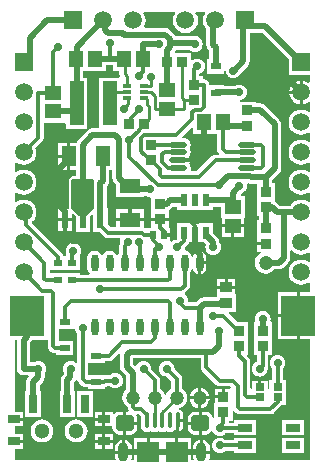
<source format=gtl>
G04*
G04 #@! TF.GenerationSoftware,Altium Limited,Altium Designer,19.1.8 (144)*
G04*
G04 Layer_Physical_Order=1*
G04 Layer_Color=255*
%FSLAX25Y25*%
%MOIN*%
G70*
G01*
G75*
%ADD11C,0.00984*%
%ADD20C,0.05118*%
%ADD33R,0.04900X0.02600*%
%ADD47R,0.02638X0.01181*%
%ADD48R,0.02362X0.03937*%
%ADD49O,0.02362X0.05709*%
%ADD50O,0.05906X0.01772*%
%ADD51C,0.04724*%
%ADD52R,0.04724X0.14567*%
%ADD53R,0.03268X0.02461*%
%ADD54R,0.03740X0.03347*%
%ADD55R,0.02953X0.02362*%
%ADD56R,0.11811X0.13780*%
%ADD57R,0.02362X0.05512*%
%ADD58R,0.02756X0.06299*%
%ADD59R,0.03937X0.02756*%
%ADD60R,0.03150X0.02559*%
%ADD61R,0.07480X0.07087*%
G04:AMPARAMS|DCode=62|XSize=62.99mil|YSize=55.12mil|CornerRadius=13.78mil|HoleSize=0mil|Usage=FLASHONLY|Rotation=0.000|XOffset=0mil|YOffset=0mil|HoleType=Round|Shape=RoundedRectangle|*
%AMROUNDEDRECTD62*
21,1,0.06299,0.02756,0,0,0.0*
21,1,0.03543,0.05512,0,0,0.0*
1,1,0.02756,0.01772,-0.01378*
1,1,0.02756,-0.01772,-0.01378*
1,1,0.02756,-0.01772,0.01378*
1,1,0.02756,0.01772,0.01378*
%
%ADD62ROUNDEDRECTD62*%
%ADD63O,0.01575X0.05315*%
%ADD64R,0.05118X0.07087*%
%ADD65R,0.05118X0.05512*%
%ADD66R,0.03937X0.03543*%
%ADD67R,0.02362X0.02520*%
%ADD68R,0.05512X0.05118*%
%ADD69R,0.07087X0.05118*%
%ADD70R,0.03347X0.03740*%
%ADD71C,0.01181*%
%ADD72C,0.01968*%
%ADD73R,0.05906X0.05906*%
%ADD74C,0.05906*%
%ADD75R,0.05906X0.05906*%
%ADD76O,0.03543X0.06299*%
%ADD77C,0.02756*%
G36*
X67468Y153061D02*
X67180Y152685D01*
X66761Y151675D01*
X66619Y150591D01*
X66761Y149506D01*
X67180Y148496D01*
X67812Y147672D01*
Y142438D01*
X67812Y142437D01*
X67982Y141585D01*
X68465Y140863D01*
X68639Y140688D01*
Y137716D01*
X68032D01*
Y132855D01*
X73700D01*
Y133607D01*
X74200Y133640D01*
X74260Y133185D01*
X74520Y132558D01*
X74933Y132019D01*
X75471Y131606D01*
X76099Y131346D01*
X76771Y131258D01*
X77444Y131346D01*
X78072Y131606D01*
X78610Y132019D01*
X79023Y132558D01*
X79157Y132881D01*
X81614Y135338D01*
X81614Y135338D01*
X82097Y136061D01*
X82266Y136913D01*
X82266Y136913D01*
Y146395D01*
X86479D01*
X95257Y137617D01*
Y132461D01*
X102328D01*
Y129987D01*
X101828Y129741D01*
X101403Y130067D01*
X100441Y130465D01*
X99909Y130535D01*
Y126614D01*
Y122693D01*
X100441Y122763D01*
X101403Y123161D01*
X101828Y123488D01*
X102328Y123241D01*
Y120174D01*
X101880Y119953D01*
X101504Y120242D01*
X100494Y120660D01*
X99410Y120803D01*
X98325Y120660D01*
X97315Y120242D01*
X96448Y119576D01*
X95782Y118709D01*
X95364Y117698D01*
X95221Y116614D01*
X95364Y115530D01*
X95782Y114520D01*
X96448Y113652D01*
X97315Y112987D01*
X98325Y112568D01*
X99410Y112426D01*
X100494Y112568D01*
X101504Y112987D01*
X101880Y113275D01*
X102328Y113054D01*
Y110174D01*
X101880Y109953D01*
X101504Y110242D01*
X100494Y110660D01*
X99410Y110803D01*
X98325Y110660D01*
X97315Y110242D01*
X96448Y109576D01*
X95782Y108709D01*
X95364Y107698D01*
X95221Y106614D01*
X95364Y105530D01*
X95782Y104520D01*
X96448Y103652D01*
X97315Y102987D01*
X98325Y102568D01*
X99410Y102426D01*
X100494Y102568D01*
X101504Y102987D01*
X101880Y103275D01*
X102328Y103054D01*
Y100174D01*
X101880Y99953D01*
X101504Y100242D01*
X100494Y100660D01*
X99410Y100803D01*
X98325Y100660D01*
X97315Y100242D01*
X96448Y99576D01*
X95782Y98708D01*
X95364Y97698D01*
X95221Y96614D01*
X95364Y95530D01*
X95782Y94520D01*
X96448Y93652D01*
X97315Y92987D01*
X98325Y92568D01*
X99410Y92426D01*
X100494Y92568D01*
X101504Y92987D01*
X101880Y93275D01*
X102328Y93054D01*
Y90174D01*
X101880Y89953D01*
X101504Y90242D01*
X100494Y90660D01*
X99410Y90803D01*
X98325Y90660D01*
X97315Y90242D01*
X96448Y89576D01*
X95884Y88841D01*
X92263D01*
X91143Y89961D01*
X90668Y90278D01*
Y96377D01*
X89825D01*
Y97503D01*
X92126Y99803D01*
X92126Y99803D01*
X92609Y100526D01*
X92778Y101378D01*
Y115945D01*
X92778Y115945D01*
X92609Y116797D01*
X92126Y117520D01*
X92126Y117520D01*
X87401Y122244D01*
X86679Y122727D01*
X85827Y122896D01*
X85827Y122896D01*
X84369D01*
Y123542D01*
X78990D01*
X78957Y124042D01*
X79413Y124103D01*
X80040Y124362D01*
X80579Y124776D01*
X80992Y125314D01*
X81252Y125941D01*
X81340Y126614D01*
X81252Y127287D01*
X80992Y127914D01*
X80579Y128453D01*
X80040Y128866D01*
X79413Y129126D01*
X78740Y129214D01*
X78067Y129126D01*
X77440Y128866D01*
X77408Y128841D01*
X73700D01*
Y128956D01*
X68716D01*
Y129173D01*
X68577Y129872D01*
X68181Y130464D01*
X67589Y130860D01*
X66890Y130999D01*
X66700D01*
Y132046D01*
X65455D01*
Y132816D01*
X65981Y133034D01*
X66519Y133447D01*
X66932Y133985D01*
X67192Y134612D01*
X67281Y135285D01*
X67192Y135958D01*
X66932Y136585D01*
X66519Y137124D01*
X65981Y137537D01*
X65353Y137797D01*
X64680Y137886D01*
X64008Y137797D01*
X63380Y137537D01*
X63019Y137260D01*
X62519Y137489D01*
Y139684D01*
X57427D01*
X57399Y139715D01*
X57205Y140184D01*
X57589Y140758D01*
X57604Y140836D01*
X62192D01*
X62676Y140465D01*
X63303Y140205D01*
X63976Y140116D01*
X64649Y140205D01*
X65276Y140465D01*
X65815Y140878D01*
X66228Y141416D01*
X66488Y142044D01*
X66577Y142717D01*
X66488Y143389D01*
X66228Y144017D01*
X65815Y144555D01*
X65276Y144968D01*
X64649Y145228D01*
X63976Y145317D01*
X63688Y145279D01*
X63630Y145291D01*
X63630Y145290D01*
X57604D01*
X57589Y145368D01*
X57106Y146091D01*
X57106Y146091D01*
X55744Y147453D01*
X55021Y147936D01*
X54169Y148106D01*
X54169Y148106D01*
X47217D01*
X46999Y148606D01*
X47372Y149506D01*
X47515Y150591D01*
X47372Y151675D01*
X46954Y152685D01*
X46665Y153061D01*
X46887Y153509D01*
X57247D01*
X57468Y153061D01*
X57180Y152685D01*
X56761Y151675D01*
X56618Y150591D01*
X56761Y149506D01*
X57180Y148496D01*
X57845Y147629D01*
X58713Y146963D01*
X59723Y146545D01*
X60807Y146402D01*
X61891Y146545D01*
X62901Y146963D01*
X63769Y147629D01*
X64434Y148496D01*
X64853Y149506D01*
X64996Y150591D01*
X64853Y151675D01*
X64434Y152685D01*
X64146Y153061D01*
X64367Y153509D01*
X67247D01*
X67468Y153061D01*
D02*
G37*
G36*
X36556Y133839D02*
X38806D01*
Y132597D01*
X38922Y132015D01*
X38803Y131759D01*
X38618Y131515D01*
X32018D01*
Y114582D01*
X29823D01*
X29823Y114582D01*
X28970Y114413D01*
X28248Y113930D01*
X28248Y113930D01*
X25000Y110682D01*
X24517Y109960D01*
X24497Y109858D01*
X22350D01*
Y105315D01*
Y100772D01*
X24348D01*
Y98650D01*
X23327Y98650D01*
X23327Y98650D01*
X23326Y98650D01*
X23182Y98622D01*
X23015Y98588D01*
X23014Y98588D01*
X23014Y98588D01*
X22894Y98507D01*
X22750Y98412D01*
X22750Y98411D01*
X22750Y98411D01*
X22258Y97919D01*
X22258Y97919D01*
X22258Y97919D01*
X22258Y97919D01*
X22184Y97808D01*
X22081Y97655D01*
X22081Y97655D01*
X22081Y97654D01*
X22047Y97483D01*
X22019Y97342D01*
Y97342D01*
X22019Y97342D01*
X22019Y97342D01*
Y87811D01*
X21169D01*
Y84555D01*
X22850D01*
Y85973D01*
X23312Y86164D01*
X24194Y85283D01*
Y80099D01*
X28956D01*
Y85283D01*
X29637Y85964D01*
X30099Y85773D01*
Y80099D01*
X32280D01*
X33847Y78532D01*
X33847Y78532D01*
X34439Y78136D01*
X35138Y77997D01*
X38838D01*
X39074Y77643D01*
X39091Y77497D01*
X39008Y76863D01*
X39070Y76395D01*
X38845Y76059D01*
X38706Y75361D01*
X38706Y75360D01*
Y73010D01*
X38289Y72386D01*
X38286Y72375D01*
X37777D01*
X37774Y72386D01*
X37248Y73173D01*
X36461Y73700D01*
X35531Y73884D01*
X34602Y73700D01*
X33815Y73173D01*
X33288Y72386D01*
X33286Y72375D01*
X32777D01*
X32774Y72386D01*
X32248Y73173D01*
X31461Y73700D01*
X30531Y73884D01*
X29602Y73700D01*
X28815Y73173D01*
X28288Y72386D01*
X28104Y71457D01*
Y68110D01*
X28288Y67181D01*
X28815Y66394D01*
X28952Y66302D01*
X28800Y65802D01*
X25609D01*
Y66357D01*
X15729D01*
X15605Y66806D01*
Y66954D01*
X15729Y67402D01*
X25609D01*
Y72165D01*
X25609Y72165D01*
X25752Y72605D01*
X25976Y73146D01*
X26065Y73819D01*
X25976Y74492D01*
X25716Y75119D01*
X25303Y75657D01*
X24765Y76071D01*
X24137Y76331D01*
X23465Y76419D01*
X22792Y76331D01*
X22164Y76071D01*
X21626Y75657D01*
X21213Y75119D01*
X20953Y74492D01*
X20864Y73819D01*
X20953Y73146D01*
X21150Y72670D01*
X21107Y72455D01*
X20746Y72165D01*
X20158D01*
X20092Y72497D01*
X19696Y73089D01*
X19696Y73089D01*
X9739Y83047D01*
X9763Y83585D01*
X9851Y83652D01*
X10517Y84520D01*
X10936Y85530D01*
X11078Y86614D01*
X10936Y87698D01*
X10517Y88709D01*
X9851Y89576D01*
X8984Y90242D01*
X7974Y90660D01*
X6890Y90803D01*
X5806Y90660D01*
X4795Y90242D01*
X4419Y89953D01*
X3971Y90174D01*
Y93054D01*
X4419Y93275D01*
X4795Y92987D01*
X5806Y92568D01*
X6890Y92426D01*
X7974Y92568D01*
X8984Y92987D01*
X9851Y93652D01*
X10517Y94520D01*
X10936Y95530D01*
X11078Y96614D01*
X10936Y97698D01*
X10517Y98708D01*
X9851Y99576D01*
X8984Y100242D01*
X7974Y100660D01*
X6890Y100803D01*
X5806Y100660D01*
X4795Y100242D01*
X4419Y99953D01*
X3971Y100174D01*
Y103054D01*
X4419Y103275D01*
X4795Y102987D01*
X5806Y102568D01*
X6890Y102426D01*
X7974Y102568D01*
X8984Y102987D01*
X9851Y103652D01*
X10517Y104520D01*
X10936Y105530D01*
X11078Y106614D01*
X10936Y107698D01*
X10824Y107967D01*
X13102Y110245D01*
X13102Y110245D01*
X13498Y110837D01*
X13637Y111535D01*
Y116467D01*
X20688D01*
X20995Y116094D01*
Y114548D01*
X28119D01*
Y131515D01*
X26784D01*
Y133839D01*
X34291D01*
Y135568D01*
X36556D01*
Y133839D01*
D02*
G37*
G36*
X67390Y112858D02*
X69430D01*
Y112658D01*
X71363D01*
Y107785D01*
X71363Y107785D01*
X71502Y107087D01*
X71898Y106494D01*
X72070Y106323D01*
X71878Y105861D01*
X70866D01*
X70167Y105722D01*
X69575Y105326D01*
X69575Y105326D01*
X64500Y100251D01*
X62777D01*
X62514Y100751D01*
X62658Y101476D01*
X62496Y102290D01*
X62065Y102936D01*
X62308Y103300D01*
X62355Y103535D01*
X60873D01*
X60532Y103603D01*
X58465D01*
Y104468D01*
X60532D01*
X60873Y104535D01*
X62355D01*
X62308Y104771D01*
X62065Y105135D01*
X62496Y105781D01*
X62658Y106595D01*
X62496Y107408D01*
X62185Y107874D01*
X62496Y108340D01*
X62658Y109153D01*
X62496Y109967D01*
X62035Y110657D01*
X61345Y111118D01*
X60532Y111280D01*
X59771D01*
X59580Y111742D01*
X62869Y115031D01*
X63331Y114840D01*
Y112858D01*
X66390D01*
Y116614D01*
X67390D01*
Y112858D01*
D02*
G37*
G36*
X30315Y97342D02*
Y87795D01*
X27756Y85236D01*
X25394D01*
X22835Y87795D01*
Y97342D01*
X23327Y97835D01*
X29823Y97835D01*
X30315Y97342D01*
D02*
G37*
G36*
X36482Y98102D02*
X36482Y98102D01*
X36651Y97250D01*
X37134Y96527D01*
X37580Y96082D01*
Y91713D01*
X47066D01*
Y92011D01*
X47740D01*
X47773Y91986D01*
X48400Y91726D01*
X49073Y91638D01*
X49253Y91480D01*
Y86597D01*
X49453D01*
Y84852D01*
X52323D01*
X55193D01*
Y86597D01*
X55393D01*
Y87419D01*
X56106Y87895D01*
X56633Y88423D01*
X57855D01*
Y87481D01*
X70098D01*
Y88423D01*
X72658D01*
Y84627D01*
X72858D01*
Y82587D01*
X76614D01*
X80370D01*
Y84627D01*
X80570D01*
Y92145D01*
X79482D01*
X79275Y92645D01*
X79717Y93087D01*
X80040Y93221D01*
X80579Y93634D01*
X80992Y94172D01*
X81252Y94800D01*
X81340Y95472D01*
X81283Y95908D01*
X81634Y96408D01*
X81707D01*
X81767Y96368D01*
X82619Y96198D01*
X82619Y96198D01*
X84528D01*
Y90631D01*
Y85513D01*
X85371D01*
Y84172D01*
X84528D01*
Y78426D01*
X84728D01*
Y76681D01*
X87598D01*
Y75681D01*
X84728D01*
Y73508D01*
X85975D01*
X86074Y73008D01*
X85802Y72895D01*
X85058Y72324D01*
X84487Y71580D01*
X84128Y70713D01*
X84005Y69784D01*
X84128Y68853D01*
X84487Y67987D01*
X85058Y67243D01*
X85802Y66672D01*
X86668Y66313D01*
X87598Y66190D01*
X88528Y66313D01*
X89395Y66672D01*
X90139Y67243D01*
X90380Y67556D01*
X91859D01*
X91859Y67556D01*
X92711Y67726D01*
X93433Y68209D01*
X95079Y69854D01*
X95079Y69854D01*
X95561Y70577D01*
X95731Y71429D01*
Y73765D01*
X96231Y73935D01*
X96448Y73652D01*
X97315Y72987D01*
X98325Y72568D01*
X99410Y72426D01*
X100494Y72568D01*
X101504Y72987D01*
X101880Y73275D01*
X102328Y73054D01*
Y70174D01*
X101880Y69953D01*
X101504Y70242D01*
X100494Y70660D01*
X99410Y70803D01*
X98325Y70660D01*
X97315Y70242D01*
X96448Y69576D01*
X95782Y68708D01*
X95364Y67698D01*
X95221Y66614D01*
X95364Y65530D01*
X95782Y64520D01*
X96448Y63652D01*
X97315Y62987D01*
X98325Y62568D01*
X99410Y62426D01*
X100494Y62568D01*
X101504Y62987D01*
X101880Y63275D01*
X102328Y63054D01*
Y60055D01*
X98925D01*
Y52165D01*
Y44276D01*
X102328D01*
Y3971D01*
X69035D01*
X68757Y4387D01*
X68842Y4591D01*
X68937Y5315D01*
Y6193D01*
X66142D01*
X63346D01*
Y5315D01*
X63441Y4591D01*
X63526Y4387D01*
X63248Y3971D01*
X62614D01*
Y6193D01*
X57874D01*
Y6693D01*
X57374D01*
Y11236D01*
X48925D01*
Y6693D01*
X48425D01*
Y6193D01*
X43685D01*
Y3971D01*
X43051D01*
X42773Y4387D01*
X42858Y4591D01*
X42953Y5315D01*
Y6193D01*
X40157D01*
X37362D01*
Y5315D01*
X37457Y4591D01*
X37542Y4387D01*
X37264Y3971D01*
X3971D01*
Y7858D01*
X6512D01*
Y9736D01*
X3543D01*
Y10736D01*
X6512D01*
Y12614D01*
X3971D01*
Y15339D01*
X6512D01*
Y17217D01*
X3543D01*
Y18216D01*
X6512D01*
Y20095D01*
X3971D01*
Y44076D01*
X4663D01*
Y34497D01*
X4832Y33645D01*
X5315Y32923D01*
X6038Y32440D01*
X6890Y32270D01*
X8438D01*
X8629Y31808D01*
X8465Y31644D01*
X7982Y30921D01*
X7812Y30069D01*
X7812Y30069D01*
Y26987D01*
X7461D01*
Y18288D01*
X12617D01*
Y26987D01*
X12266D01*
Y29146D01*
X13235Y30115D01*
X13235Y30115D01*
X13718Y30838D01*
X13887Y31690D01*
X13887Y31690D01*
Y32920D01*
X14063Y33149D01*
X14323Y33776D01*
X14411Y34449D01*
X14323Y35122D01*
X14063Y35749D01*
X13650Y36287D01*
X13111Y36701D01*
X12484Y36960D01*
X11811Y37049D01*
X11138Y36960D01*
X10568Y36724D01*
X9117D01*
Y43269D01*
X9449Y43601D01*
X9449Y43601D01*
X9766Y44076D01*
X14907D01*
Y42077D01*
X14907Y42077D01*
X15046Y41378D01*
X15441Y40786D01*
X16081Y40146D01*
X16081Y40146D01*
X16673Y39750D01*
X17372Y39611D01*
X17835Y39573D01*
Y39007D01*
X23503D01*
Y43867D01*
X18558D01*
Y47767D01*
X23503D01*
Y47813D01*
X24003Y47845D01*
X24063Y47390D01*
X24323Y46763D01*
X24736Y46224D01*
X24749Y46215D01*
Y36709D01*
X24249Y36462D01*
X23938Y36701D01*
X23311Y36960D01*
X22638Y37049D01*
X21965Y36960D01*
X21338Y36701D01*
X20799Y36287D01*
X20386Y35749D01*
X20126Y35122D01*
X20038Y34449D01*
X20126Y33776D01*
X20260Y33453D01*
Y32721D01*
X19882Y32342D01*
X19399Y31620D01*
X19230Y30768D01*
X19230Y30768D01*
Y26987D01*
X18879D01*
Y18288D01*
X24035D01*
Y26987D01*
X23684D01*
Y29845D01*
X24062Y30223D01*
X24062Y30223D01*
X24339Y30639D01*
X24392Y30647D01*
X24870Y30533D01*
X24888Y30443D01*
X25284Y29851D01*
X26357Y28778D01*
X26357Y28778D01*
X26949Y28382D01*
X27648Y28243D01*
X28170D01*
Y27639D01*
X33838D01*
Y28278D01*
X34360Y28382D01*
X34815Y28686D01*
X35553D01*
X35563Y28673D01*
X36101Y28260D01*
X36729Y28000D01*
X37402Y27912D01*
X38074Y28000D01*
X38702Y28260D01*
X39240Y28673D01*
X39653Y29212D01*
X39913Y29839D01*
X40002Y30512D01*
X39913Y31185D01*
X39653Y31812D01*
X39240Y32350D01*
X38702Y32764D01*
X38074Y33023D01*
X37402Y33112D01*
X36729Y33023D01*
X36101Y32764D01*
X35563Y32350D01*
X35553Y32337D01*
X34288D01*
X33838Y32499D01*
X33838Y32499D01*
X33838Y32499D01*
X28400D01*
Y36398D01*
X33838D01*
Y37003D01*
X35204D01*
X35204Y37003D01*
X35903Y37142D01*
X36495Y37538D01*
X38581Y39623D01*
X39041Y39377D01*
X38974Y39037D01*
X38974Y39037D01*
Y35157D01*
X38974Y35157D01*
X39143Y34305D01*
X39626Y33583D01*
X41080Y32129D01*
Y27584D01*
X40767Y27344D01*
X40196Y26600D01*
X39837Y25733D01*
X39714Y24803D01*
X39837Y23873D01*
X40196Y23007D01*
X40767Y22263D01*
X41506Y21695D01*
X41620Y21120D01*
X41940Y20641D01*
X41813Y20283D01*
X41695Y20141D01*
X41051D01*
Y16839D01*
X44747D01*
Y17717D01*
X44563Y18644D01*
X44419Y18860D01*
X44655Y19301D01*
X45243D01*
X46005Y18539D01*
Y15354D01*
X46159Y14579D01*
X46599Y13922D01*
X47256Y13482D01*
X48031Y13328D01*
X48807Y13482D01*
X49311Y13819D01*
X49815Y13482D01*
X50591Y13328D01*
X51366Y13482D01*
X51870Y13819D01*
X52374Y13482D01*
X53150Y13328D01*
X53925Y13482D01*
X54429Y13819D01*
X54933Y13482D01*
X55709Y13328D01*
X56484Y13482D01*
X57142Y13922D01*
X57158Y13946D01*
X57570Y13671D01*
X57768Y13631D01*
Y17224D01*
X58268D01*
Y17724D01*
X60090D01*
Y19094D01*
X59951Y19792D01*
X59556Y20383D01*
X58965Y20778D01*
X58749Y20821D01*
X58766Y21328D01*
X58804Y21333D01*
X59671Y21692D01*
X60415Y22263D01*
X60986Y23007D01*
X61344Y23873D01*
X61467Y24803D01*
X61344Y25733D01*
X60986Y26600D01*
X60415Y27344D01*
X59700Y27892D01*
Y31205D01*
X59561Y31904D01*
X59165Y32496D01*
X59165Y32496D01*
X57228Y34433D01*
X57230Y34449D01*
X57142Y35122D01*
X56882Y35749D01*
X56469Y36287D01*
X55930Y36701D01*
X55303Y36960D01*
X54630Y37049D01*
X53957Y36960D01*
X53330Y36701D01*
X52792Y36287D01*
X52378Y35749D01*
X52119Y35122D01*
X52030Y34449D01*
X52119Y33776D01*
X52378Y33149D01*
X52792Y32610D01*
X53330Y32197D01*
X53957Y31937D01*
X54630Y31849D01*
X54646Y31851D01*
X56048Y30449D01*
Y27892D01*
X55333Y27344D01*
X54762Y26600D01*
X54464Y25879D01*
X53942D01*
X53643Y26600D01*
X53072Y27344D01*
X52357Y27892D01*
Y30768D01*
X52357Y30768D01*
X52218Y31466D01*
X51822Y32059D01*
X51822Y32059D01*
X49448Y34433D01*
X49451Y34449D01*
X49362Y35122D01*
X49102Y35749D01*
X48689Y36287D01*
X48151Y36701D01*
X47523Y36960D01*
X46850Y37049D01*
X46177Y36960D01*
X45550Y36701D01*
X45012Y36287D01*
X44599Y35749D01*
X44525Y35571D01*
X44034Y35473D01*
X43428Y36080D01*
Y37963D01*
X65891D01*
Y35038D01*
X65891Y35038D01*
X66030Y34339D01*
X66426Y33747D01*
X71001Y29172D01*
X71001Y29172D01*
X71593Y28776D01*
X72292Y28637D01*
X75739D01*
X75962Y28352D01*
X75748Y27870D01*
X73947D01*
Y25197D01*
X73447D01*
Y24697D01*
X70577D01*
Y22952D01*
X70377D01*
Y18105D01*
X69877Y18056D01*
X69760Y18644D01*
X69234Y19431D01*
X68448Y19956D01*
X67520Y20141D01*
X66248D01*
Y16339D01*
Y12536D01*
X67520D01*
X68448Y12721D01*
X69234Y13246D01*
X69443Y13559D01*
X70007Y13503D01*
X70040Y13424D01*
X70453Y12886D01*
X70992Y12473D01*
X71619Y12213D01*
X72292Y12124D01*
X72965Y12213D01*
X73592Y12473D01*
X74130Y12886D01*
X74140Y12899D01*
X77048D01*
Y12224D01*
X84348D01*
Y17224D01*
X77048D01*
Y16550D01*
X75273D01*
Y17206D01*
X76517D01*
Y20254D01*
X76700Y20373D01*
X77017Y20446D01*
X77628Y19835D01*
X77628Y19835D01*
X78220Y19440D01*
X78919Y19301D01*
X78919Y19301D01*
X89140D01*
X89140Y19301D01*
X89838Y19440D01*
X90430Y19835D01*
X92826Y22231D01*
X92826Y22231D01*
X92954Y22422D01*
X94310D01*
Y25769D01*
Y30728D01*
X93361D01*
Y34569D01*
X93374Y34579D01*
X93787Y35117D01*
X94047Y35744D01*
X94136Y36417D01*
X94047Y37090D01*
X93787Y37717D01*
X93374Y38256D01*
X92835Y38669D01*
X92208Y38929D01*
X91535Y39018D01*
X90863Y38929D01*
X90235Y38669D01*
X89697Y38256D01*
X89284Y37717D01*
X89024Y37090D01*
X88940Y36452D01*
X88440Y36485D01*
Y39204D01*
X89684D01*
Y44322D01*
Y50068D01*
X89394D01*
X89184Y50382D01*
X89134Y50568D01*
X89214Y51181D01*
X89126Y51854D01*
X88866Y52481D01*
X88453Y53020D01*
X87914Y53433D01*
X87287Y53693D01*
X86614Y53781D01*
X85941Y53693D01*
X85314Y53433D01*
X84776Y53020D01*
X84362Y52481D01*
X84103Y51854D01*
X84014Y51181D01*
X84095Y50568D01*
X84044Y50382D01*
X83835Y50068D01*
X83544D01*
Y44322D01*
Y39204D01*
X84789D01*
Y36891D01*
X84330Y36701D01*
X83791Y36287D01*
X83378Y35749D01*
X83118Y35122D01*
X83030Y34449D01*
X83118Y33776D01*
X83378Y33149D01*
X83791Y32610D01*
X84330Y32197D01*
X84957Y31937D01*
X85630Y31849D01*
X86303Y31937D01*
X86930Y32197D01*
X87468Y32610D01*
X87882Y33149D01*
X88142Y33776D01*
X88230Y34449D01*
X88210Y34599D01*
X88301Y34734D01*
X88440Y35433D01*
X88440Y35433D01*
Y36350D01*
X88940Y36383D01*
X89024Y35744D01*
X89284Y35117D01*
X89697Y34579D01*
X89710Y34569D01*
Y30728D01*
X88761D01*
Y28193D01*
X88261Y27861D01*
X88205Y27885D01*
Y30528D01*
X86130D01*
Y28248D01*
X85130D01*
Y30528D01*
X83055D01*
Y27799D01*
X82881Y27667D01*
X82381Y27915D01*
Y36899D01*
X82381Y36899D01*
X82242Y37598D01*
X81846Y38190D01*
X81846Y38190D01*
X81295Y38742D01*
X81486Y39204D01*
X81684D01*
Y44322D01*
Y50068D01*
X78126D01*
X75230Y52964D01*
X75421Y53426D01*
X77529D01*
Y59369D01*
X77329D01*
Y61213D01*
X71392D01*
Y59369D01*
X71192D01*
Y58329D01*
X66890D01*
X66037Y58160D01*
X65315Y57677D01*
X65315Y57677D01*
X64208Y56570D01*
X61966D01*
X61637Y56946D01*
X61655Y57087D01*
X61567Y57760D01*
X61307Y58387D01*
X60894Y58925D01*
X60633Y59126D01*
X60641Y59733D01*
X61822Y60914D01*
X61822Y60914D01*
X62218Y61506D01*
X62357Y62205D01*
X62357Y62205D01*
Y66557D01*
X62774Y67181D01*
X62879Y67705D01*
X63388D01*
X63477Y67259D01*
X63959Y66538D01*
X64680Y66056D01*
X65031Y65986D01*
Y69784D01*
Y73581D01*
X64680Y73511D01*
X63959Y73029D01*
X63477Y72308D01*
X63388Y71862D01*
X62879D01*
X62774Y72386D01*
X62248Y73173D01*
X61461Y73700D01*
X60919Y73807D01*
X60583Y74300D01*
X60588Y74344D01*
X60671Y74973D01*
X60669Y74990D01*
X61527Y75848D01*
X61527Y75848D01*
X61923Y76440D01*
X61966Y76654D01*
X62617D01*
Y76854D01*
X63476D01*
Y79823D01*
Y82791D01*
X62617D01*
Y82991D01*
X57855D01*
Y77545D01*
X57398Y77485D01*
X56771Y77225D01*
X56240Y76818D01*
X56204Y76822D01*
X55740Y76991D01*
Y78535D01*
X53559D01*
Y79535D01*
X55740D01*
Y81295D01*
X55474D01*
X55193Y81679D01*
Y83852D01*
X52323D01*
X49453D01*
Y81679D01*
X49029Y81495D01*
X47713D01*
Y81495D01*
X47292Y81340D01*
X46866Y81620D01*
Y83555D01*
X42323D01*
X37780D01*
Y81648D01*
X35894D01*
X34861Y82681D01*
Y88011D01*
X34707D01*
Y95436D01*
X34843Y95571D01*
X34843Y95571D01*
X35325Y96293D01*
X35495Y97146D01*
X35495Y97146D01*
Y100572D01*
X36482D01*
Y98102D01*
D02*
G37*
%LPC*%
G36*
X98909Y130535D02*
X98378Y130465D01*
X97416Y130067D01*
X96590Y129433D01*
X95957Y128608D01*
X95558Y127646D01*
X95488Y127114D01*
X98909D01*
Y130535D01*
D02*
G37*
G36*
Y126114D02*
X95488D01*
X95558Y125582D01*
X95957Y124621D01*
X96590Y123795D01*
X97416Y123161D01*
X98378Y122763D01*
X98909Y122693D01*
Y126114D01*
D02*
G37*
G36*
X21350Y109858D02*
X18291D01*
Y105815D01*
X21350D01*
Y109858D01*
D02*
G37*
G36*
Y104815D02*
X18291D01*
Y100772D01*
X21350D01*
Y104815D01*
D02*
G37*
G36*
X20169Y87811D02*
X18488D01*
Y84555D01*
X20169D01*
Y87811D01*
D02*
G37*
G36*
X22850Y83555D02*
X21169D01*
Y80299D01*
X22850D01*
Y83555D01*
D02*
G37*
G36*
X20169D02*
X18488D01*
Y80299D01*
X20169D01*
Y83555D01*
D02*
G37*
G36*
X46866Y87614D02*
X42823D01*
Y84555D01*
X46866D01*
Y87614D01*
D02*
G37*
G36*
X41823D02*
X37780D01*
Y84555D01*
X41823D01*
Y87614D01*
D02*
G37*
G36*
X80370Y81587D02*
X77114D01*
Y78528D01*
X80370D01*
Y81587D01*
D02*
G37*
G36*
X76114D02*
X72858D01*
Y78528D01*
X76114D01*
Y81587D01*
D02*
G37*
G36*
X70098Y82991D02*
X65335D01*
Y82791D01*
X64476D01*
Y79823D01*
Y76854D01*
X65335D01*
Y76654D01*
X66948D01*
X67653Y75949D01*
X67528Y75646D01*
X67439Y74973D01*
X67528Y74300D01*
X67787Y73673D01*
X68201Y73135D01*
X68739Y72721D01*
X69366Y72462D01*
X70039Y72373D01*
X70712Y72462D01*
X71339Y72721D01*
X71878Y73135D01*
X72291Y73673D01*
X72551Y74300D01*
X72640Y74973D01*
X72551Y75646D01*
X72291Y76274D01*
X72116Y76502D01*
Y76863D01*
X72116Y76863D01*
X71946Y77715D01*
X71464Y78438D01*
X71463Y78438D01*
X70098Y79804D01*
Y82991D01*
D02*
G37*
G36*
X66031Y73581D02*
Y70284D01*
X67755D01*
Y71457D01*
X67586Y72308D01*
X67104Y73029D01*
X66382Y73511D01*
X66031Y73581D01*
D02*
G37*
G36*
X67755Y69283D02*
X66031D01*
Y65986D01*
X66382Y66056D01*
X67104Y66538D01*
X67586Y67259D01*
X67755Y68110D01*
Y69283D01*
D02*
G37*
G36*
X77329Y64484D02*
X74860D01*
Y62213D01*
X77329D01*
Y64484D01*
D02*
G37*
G36*
X73860D02*
X71392D01*
Y62213D01*
X73860D01*
Y64484D01*
D02*
G37*
G36*
X97925Y60055D02*
X91520D01*
Y52665D01*
X97925D01*
Y60055D01*
D02*
G37*
G36*
Y51665D02*
X91520D01*
Y44276D01*
X97925D01*
Y51665D01*
D02*
G37*
G36*
X72947Y27870D02*
X70577D01*
Y25697D01*
X72947D01*
Y27870D01*
D02*
G37*
G36*
X66031Y28128D02*
Y25303D01*
X68857D01*
X68807Y25681D01*
X68468Y26499D01*
X67929Y27201D01*
X67227Y27740D01*
X66409Y28079D01*
X66031Y28128D01*
D02*
G37*
G36*
X65031Y28128D02*
X64654Y28079D01*
X63836Y27740D01*
X63134Y27201D01*
X62595Y26499D01*
X62256Y25681D01*
X62206Y25303D01*
X65031D01*
Y28128D01*
D02*
G37*
G36*
X68857Y24303D02*
X66031D01*
Y21478D01*
X66409Y21528D01*
X67227Y21866D01*
X67929Y22405D01*
X68468Y23108D01*
X68807Y23925D01*
X68857Y24303D01*
D02*
G37*
G36*
X65031D02*
X62206D01*
X62256Y23925D01*
X62595Y23108D01*
X63134Y22405D01*
X63836Y21866D01*
X64654Y21528D01*
X65031Y21478D01*
Y24303D01*
D02*
G37*
G36*
X40051Y20141D02*
X38780D01*
X37852Y19956D01*
X37130Y19474D01*
X36630Y19611D01*
Y20095D01*
X34161D01*
Y17717D01*
Y15339D01*
X36355D01*
Y14961D01*
X36540Y14033D01*
X37065Y13246D01*
X37852Y12721D01*
X38780Y12536D01*
X40051D01*
Y16339D01*
Y20141D01*
D02*
G37*
G36*
X29940Y26987D02*
X24784D01*
Y18288D01*
X29940D01*
Y26987D01*
D02*
G37*
G36*
X33161Y20095D02*
X30693D01*
Y18216D01*
X33161D01*
Y20095D01*
D02*
G37*
G36*
X65248Y20141D02*
X63976D01*
X63049Y19956D01*
X62262Y19431D01*
X61736Y18644D01*
X61552Y17717D01*
Y16839D01*
X65248D01*
Y20141D01*
D02*
G37*
G36*
X33161Y17217D02*
X30693D01*
Y15339D01*
X33161D01*
Y17217D01*
D02*
G37*
G36*
X60090Y16724D02*
X58768D01*
Y13631D01*
X58965Y13671D01*
X59556Y14066D01*
X59951Y14657D01*
X60090Y15354D01*
Y16724D01*
D02*
G37*
G36*
X65248Y15839D02*
X61552D01*
Y14961D01*
X61736Y14033D01*
X62262Y13246D01*
X63049Y12721D01*
X63976Y12536D01*
X65248D01*
Y15839D01*
D02*
G37*
G36*
X44747Y15839D02*
X41051D01*
Y12536D01*
X42323D01*
X43251Y12721D01*
X44037Y13246D01*
X44563Y14033D01*
X44747Y14961D01*
Y15839D01*
D02*
G37*
G36*
X100348Y17224D02*
X93048D01*
Y12224D01*
X100348D01*
Y17224D01*
D02*
G37*
G36*
X36630Y12614D02*
X34161D01*
Y10736D01*
X36630D01*
Y12614D01*
D02*
G37*
G36*
X33161D02*
X30693D01*
Y10736D01*
X33161D01*
Y12614D01*
D02*
G37*
G36*
X24409Y17571D02*
X23428Y17442D01*
X22514Y17063D01*
X21729Y16461D01*
X21126Y15675D01*
X20747Y14761D01*
X20618Y13780D01*
X20747Y12798D01*
X21126Y11884D01*
X21729Y11099D01*
X22514Y10496D01*
X23428Y10117D01*
X24409Y9988D01*
X25391Y10117D01*
X26305Y10496D01*
X27090Y11099D01*
X27693Y11884D01*
X28072Y12798D01*
X28201Y13780D01*
X28072Y14761D01*
X27693Y15675D01*
X27090Y16461D01*
X26305Y17063D01*
X25391Y17442D01*
X24409Y17571D01*
D02*
G37*
G36*
X12992D02*
X12011Y17442D01*
X11096Y17063D01*
X10311Y16461D01*
X9709Y15675D01*
X9330Y14761D01*
X9201Y13780D01*
X9330Y12798D01*
X9709Y11884D01*
X10311Y11099D01*
X11096Y10496D01*
X12011Y10117D01*
X12992Y9988D01*
X13973Y10117D01*
X14888Y10496D01*
X15673Y11099D01*
X16276Y11884D01*
X16654Y12798D01*
X16784Y13780D01*
X16654Y14761D01*
X16276Y15675D01*
X15673Y16461D01*
X14888Y17063D01*
X13973Y17442D01*
X12992Y17571D01*
D02*
G37*
G36*
X36630Y9736D02*
X34161D01*
Y7858D01*
X36630D01*
Y9736D01*
D02*
G37*
G36*
X33161D02*
X30693D01*
Y7858D01*
X33161D01*
Y9736D01*
D02*
G37*
G36*
X40657Y10801D02*
Y7193D01*
X42953D01*
Y8071D01*
X42858Y8794D01*
X42579Y9469D01*
X42134Y10048D01*
X41555Y10492D01*
X40881Y10771D01*
X40657Y10801D01*
D02*
G37*
G36*
X39658D02*
X39434Y10771D01*
X38760Y10492D01*
X38181Y10048D01*
X37736Y9469D01*
X37457Y8794D01*
X37362Y8071D01*
Y7193D01*
X39658D01*
Y10801D01*
D02*
G37*
G36*
X62614Y11236D02*
X58374D01*
Y7193D01*
X62614D01*
Y11236D01*
D02*
G37*
G36*
X47925D02*
X43685D01*
Y7193D01*
X47925D01*
Y11236D01*
D02*
G37*
G36*
X66642Y10801D02*
Y7193D01*
X68937D01*
Y8071D01*
X68842Y8794D01*
X68563Y9469D01*
X68119Y10048D01*
X67540Y10492D01*
X66865Y10771D01*
X66642Y10801D01*
D02*
G37*
G36*
X65642D02*
X65418Y10771D01*
X64744Y10492D01*
X64165Y10048D01*
X63721Y9469D01*
X63441Y8794D01*
X63346Y8071D01*
Y7193D01*
X65642D01*
Y10801D01*
D02*
G37*
G36*
X100348Y11398D02*
X93048D01*
Y6398D01*
X100348D01*
Y11398D01*
D02*
G37*
G36*
X72292Y11498D02*
X71619Y11409D01*
X70992Y11150D01*
X70453Y10736D01*
X70040Y10198D01*
X69780Y9571D01*
X69691Y8898D01*
X69780Y8225D01*
X70040Y7598D01*
X70453Y7059D01*
X70992Y6646D01*
X71619Y6386D01*
X72292Y6297D01*
X72965Y6386D01*
X73592Y6646D01*
X74130Y7059D01*
X74140Y7072D01*
X77048D01*
Y6398D01*
X84348D01*
Y11398D01*
X77048D01*
Y10723D01*
X74140D01*
X74130Y10736D01*
X73592Y11150D01*
X72965Y11409D01*
X72292Y11498D01*
D02*
G37*
%LPD*%
D11*
X49383Y128583D02*
Y131759D01*
X47028Y128583D02*
X49383D01*
X41608Y122579D02*
Y124069D01*
X40354Y121325D02*
X41608Y122579D01*
X41909Y115945D02*
Y117710D01*
X45262Y121063D01*
X50532Y23108D02*
Y24803D01*
Y23108D02*
X50591Y23049D01*
Y17224D02*
Y23049D01*
X40532Y132597D02*
Y135453D01*
Y132597D02*
X41201Y131928D01*
X50556Y121063D02*
X54636D01*
X50556D02*
Y125468D01*
X40354Y121063D02*
Y121325D01*
X60222Y124055D02*
X60440Y123837D01*
Y121063D02*
Y123837D01*
X54636Y121063D02*
X60440D01*
X53150Y20079D02*
X57874Y24803D01*
X53150Y17224D02*
Y20079D01*
X48772Y117886D02*
Y121662D01*
X47854Y122579D02*
X48772Y121662D01*
X47854Y122579D02*
Y124547D01*
X47756Y124646D02*
X47854Y124547D01*
X47028Y124646D02*
X47756D01*
X47028Y116142D02*
X48772Y117886D01*
X47028Y115945D02*
Y116142D01*
X45262Y121063D02*
X45452D01*
X59646Y124632D02*
Y136614D01*
Y124632D02*
X60222Y124055D01*
X63630D01*
X49409Y126614D02*
X50556Y125468D01*
X47028Y126614D02*
X49409D01*
X41201Y128583D02*
Y131928D01*
X35581Y124744D02*
X37451Y126614D01*
X35581Y123031D02*
Y124744D01*
X37451Y126614D02*
X41201D01*
D20*
X12992Y13780D02*
D03*
X24409D02*
D03*
D33*
X80698Y14724D02*
D03*
Y8898D02*
D03*
X96698D02*
D03*
Y14724D02*
D03*
D47*
X41201Y128583D02*
D03*
Y126614D02*
D03*
Y124646D02*
D03*
X47028D02*
D03*
Y126614D02*
D03*
Y128583D02*
D03*
D48*
X60236Y90650D02*
D03*
X63976D02*
D03*
X67716D02*
D03*
Y79823D02*
D03*
X63976D02*
D03*
X60236D02*
D03*
X26575Y83268D02*
D03*
D49*
X30531Y48327D02*
D03*
X35531D02*
D03*
X40532D02*
D03*
X45531D02*
D03*
X50532D02*
D03*
X55532D02*
D03*
X60532D02*
D03*
X65531D02*
D03*
X30531Y69784D02*
D03*
X35531D02*
D03*
X40532D02*
D03*
X45531D02*
D03*
X50532D02*
D03*
X55532D02*
D03*
X60532D02*
D03*
X65531D02*
D03*
D50*
X81299Y101476D02*
D03*
Y104035D02*
D03*
Y106595D02*
D03*
Y109153D02*
D03*
X58465Y101476D02*
D03*
Y104035D02*
D03*
Y106595D02*
D03*
Y109153D02*
D03*
D51*
X87598Y69784D02*
D03*
X43307Y24803D02*
D03*
X50532D02*
D03*
X57874D02*
D03*
X65531D02*
D03*
D52*
X24557Y123031D02*
D03*
X35581D02*
D03*
D53*
X31004Y38829D02*
D03*
Y30069D02*
D03*
X70866Y135285D02*
D03*
Y126526D02*
D03*
X20669Y50197D02*
D03*
Y41437D02*
D03*
D54*
X73447Y25197D02*
D03*
Y20079D02*
D03*
X52323Y89470D02*
D03*
Y84352D02*
D03*
X78614Y47195D02*
D03*
Y42077D02*
D03*
X81299Y115551D02*
D03*
Y120669D02*
D03*
X86614Y47195D02*
D03*
Y42077D02*
D03*
X63630Y129173D02*
D03*
Y124055D02*
D03*
X49213Y104035D02*
D03*
Y109153D02*
D03*
X87598Y88386D02*
D03*
Y93504D02*
D03*
Y76181D02*
D03*
Y81299D02*
D03*
D55*
X22933Y69784D02*
D03*
X18406D02*
D03*
X22933Y63976D02*
D03*
X18406D02*
D03*
D56*
X98425Y52165D02*
D03*
X7874D02*
D03*
D57*
X32480Y84055D02*
D03*
X20669D02*
D03*
D58*
X10039Y22638D02*
D03*
X21457D02*
D03*
X27362D02*
D03*
D59*
X3543Y10236D02*
D03*
Y17717D02*
D03*
X33661Y10236D02*
D03*
Y17717D02*
D03*
D60*
X85630Y24902D02*
D03*
X91535D02*
D03*
X85630Y28248D02*
D03*
X91535D02*
D03*
D61*
X57874Y6693D02*
D03*
X48425D02*
D03*
D62*
X65748Y16339D02*
D03*
X40551D02*
D03*
D63*
X53150Y17224D02*
D03*
X50591D02*
D03*
X48031D02*
D03*
X58268D02*
D03*
X55709D02*
D03*
D64*
X21850Y105315D02*
D03*
X33268D02*
D03*
D65*
X40315Y137795D02*
D03*
X46614D02*
D03*
X66890Y116614D02*
D03*
X73189D02*
D03*
X30531Y137795D02*
D03*
X24232D02*
D03*
D66*
X74360Y61713D02*
D03*
Y56398D02*
D03*
D67*
X50094Y79035D02*
D03*
X53559D02*
D03*
D68*
X76614Y82087D02*
D03*
Y88386D02*
D03*
X54636Y121063D02*
D03*
Y127362D02*
D03*
X16732Y126526D02*
D03*
Y120226D02*
D03*
D69*
X42323Y84055D02*
D03*
Y95472D02*
D03*
D70*
X59646Y136614D02*
D03*
X54528D02*
D03*
X47028Y115945D02*
D03*
X41909D02*
D03*
D71*
X80555Y25736D02*
Y36899D01*
X78614Y38840D02*
X80555Y36899D01*
X78614Y38840D02*
Y42077D01*
X80555Y25736D02*
X81389Y24902D01*
X78227Y21818D02*
Y28850D01*
X76614Y30463D02*
X78227Y28850D01*
X72292Y30463D02*
X76614D01*
X81389Y24902D02*
X85630D01*
X78919Y21126D02*
X89140D01*
X78227Y21818D02*
X78919Y21126D01*
X67716Y35038D02*
X72292Y30463D01*
X67716Y35038D02*
Y40190D01*
X73447Y16306D02*
Y20079D01*
X72292Y15151D02*
X73447Y16306D01*
X72292Y14724D02*
Y15151D01*
X89140Y21126D02*
X91535Y23522D01*
Y24902D01*
X91535Y29628D02*
X91535Y29628D01*
X91535Y29628D02*
Y36417D01*
X91535Y28248D02*
Y29628D01*
X72292Y14724D02*
X80698D01*
X72292Y8898D02*
X80698D01*
X63630Y134234D02*
X64680Y135285D01*
X63630Y129173D02*
Y134234D01*
X51655Y95571D02*
X71862D01*
X42157Y105069D02*
X51655Y95571D01*
X52323Y81535D02*
Y84352D01*
Y81535D02*
X53559Y80300D01*
Y79035D02*
Y80300D01*
Y79035D02*
X56075D01*
X52323Y83799D02*
Y84352D01*
X52165Y83957D02*
X52323Y83799D01*
X23089Y76863D02*
X37451D01*
X20669Y79283D02*
X23089Y76863D01*
X20669Y79283D02*
Y84055D01*
X42323D02*
Y89401D01*
X42157Y89567D02*
X42323Y89401D01*
X66890Y106063D02*
X66929Y106102D01*
X66890Y105315D02*
Y106063D01*
X66929Y106102D02*
Y109252D01*
X65610Y104035D02*
X66890Y105315D01*
X58465Y104035D02*
X65610D01*
X61911Y83957D02*
X63976Y81891D01*
X57438Y83957D02*
X61911D01*
X56862Y83380D02*
X57438Y83957D01*
X56862Y79823D02*
Y83380D01*
X63976Y79823D02*
Y81891D01*
X56075Y79035D02*
X56862Y79823D01*
X23465Y72987D02*
Y73819D01*
X22933Y72455D02*
X23465Y72987D01*
X22933Y69784D02*
Y72455D01*
X46614Y137559D02*
Y137795D01*
Y133445D02*
Y137559D01*
X11811Y126526D02*
X16732D01*
X11811Y111535D02*
Y126526D01*
X66890Y121806D02*
Y129173D01*
X63630D02*
X66890D01*
X31004Y38829D02*
X35204D01*
X39683Y43307D01*
X33661Y30069D02*
X34104Y30512D01*
X37402D01*
X31004Y30069D02*
X33661D01*
X26575Y31142D02*
X27648Y30069D01*
X31004D01*
X37402Y30512D02*
X37451Y30463D01*
X26575Y31142D02*
Y48063D01*
X55020Y101476D02*
X58465D01*
X53150Y103347D02*
X55020Y101476D01*
X45452Y132282D02*
X46614Y133445D01*
X45452Y131928D02*
Y132282D01*
Y136397D02*
X45669Y136614D01*
X35531Y137795D02*
Y143063D01*
X86073Y109153D02*
X86811Y108416D01*
X81299Y109153D02*
X86073D01*
X51249Y74973D02*
X52165D01*
X50532Y74256D02*
X51249Y74973D01*
X50532Y69784D02*
Y74256D01*
X45262Y76863D02*
X45531Y76594D01*
Y69784D02*
Y76594D01*
X50532Y44626D02*
Y48327D01*
X49213Y43307D02*
X50532Y44626D01*
X41608Y76437D02*
Y76863D01*
X40532Y75361D02*
X41608Y76437D01*
X40532Y69784D02*
Y75361D01*
X85630Y34449D02*
X86614Y35433D01*
Y42077D01*
X43307Y21818D02*
Y24803D01*
Y21818D02*
X43999Y21126D01*
X42157Y105069D02*
Y110571D01*
X50094Y77356D02*
X52165Y75285D01*
Y74973D02*
Y75285D01*
X35138Y79823D02*
X46218D01*
X32480Y82480D02*
X35138Y79823D01*
X32480Y82480D02*
Y84055D01*
X50094Y77356D02*
Y79035D01*
X47005D02*
X50094D01*
X46218Y79823D02*
X47005Y79035D01*
X53015Y98425D02*
X65256D01*
X52323Y99117D02*
X53015Y98425D01*
X52323Y99117D02*
Y101122D01*
X65256Y98425D02*
X70866Y104035D01*
X49409D02*
X52323Y101122D01*
X49213Y104035D02*
X49409D01*
X49016D02*
X49213D01*
X57611Y112355D02*
X62940Y117684D01*
X46905Y112355D02*
X57611D01*
X45952Y106904D02*
Y111403D01*
Y106904D02*
X46787Y106069D01*
X46982D01*
X49016Y104035D01*
X45284Y113697D02*
Y114004D01*
X42157Y110571D02*
X45284Y113697D01*
Y114004D02*
X47028Y115748D01*
Y115945D01*
X45952Y111403D02*
X46905Y112355D01*
X65960Y120876D02*
X66890Y121806D01*
X63870Y120876D02*
X65960D01*
X62940Y119946D02*
X63870Y120876D01*
X62940Y117684D02*
Y119946D01*
X16732Y140059D02*
X18406Y141732D01*
X16732Y126526D02*
Y140059D01*
X6890Y106614D02*
X11811Y111535D01*
X53150Y103347D02*
Y105903D01*
X53842Y106595D01*
X58465D01*
X70866Y104035D02*
X81299D01*
X49213Y109153D02*
X58465D01*
X43999Y21126D02*
X46000D01*
X48031Y19094D01*
Y17224D02*
Y19094D01*
X6890Y66614D02*
X13058Y60446D01*
X16057D01*
X16732Y59771D01*
X6890Y76614D02*
X13780Y69724D01*
X7831Y82372D02*
X18406Y71798D01*
X6890Y86614D02*
X7831Y85672D01*
X14356Y63976D02*
X18406D01*
X13780Y64553D02*
Y69724D01*
X7831Y82372D02*
Y85672D01*
X18406Y69784D02*
Y71798D01*
X13780Y64553D02*
X14356Y63976D01*
X86119Y101476D02*
X86811Y102168D01*
X81299Y101476D02*
X86119D01*
X86811Y102168D02*
Y108416D01*
X59055Y56496D02*
Y57087D01*
Y56496D02*
X60807Y54744D01*
X54843Y57087D02*
X55532Y56398D01*
Y48327D02*
Y56398D01*
X22835Y57087D02*
X54843D01*
X60807Y54744D02*
X65531D01*
X69975Y52165D02*
X73447D01*
X78417Y47195D01*
X58071Y74973D02*
X60236Y77139D01*
Y79823D01*
X78417Y47195D02*
X78614D01*
X78227Y106614D02*
X78246Y106595D01*
X74360Y106614D02*
X78227D01*
X78246Y106595D02*
X81299D01*
X73189Y107785D02*
X74360Y106614D01*
X73189Y107785D02*
Y116614D01*
X32480Y61024D02*
X59350D01*
X60532Y62205D01*
Y69784D01*
X54955Y63976D02*
X55532Y64553D01*
Y69784D01*
X22933Y63976D02*
X54955D01*
X16732Y42077D02*
Y59771D01*
Y42077D02*
X17372Y41437D01*
X20669D01*
Y54921D02*
X22835Y57087D01*
X20669Y50197D02*
Y54921D01*
X39683Y43307D02*
X49213D01*
X54630Y34449D02*
X57874Y31205D01*
Y24803D02*
Y31205D01*
X46850Y34449D02*
X50532Y30768D01*
Y24803D02*
Y30768D01*
D72*
X70866Y126614D02*
X78740D01*
X67716Y90650D02*
X76614D01*
X67716Y40190D02*
X69975D01*
X42354D02*
X67716D01*
X14764Y150591D02*
X23465D01*
X40404Y145853D02*
X45427D01*
X40032Y146226D02*
X40404Y145853D01*
X35010Y146226D02*
X40032D01*
X33857Y147379D02*
X35010Y146226D01*
X33857Y147379D02*
Y150198D01*
X33465Y150591D02*
X33857Y150198D01*
X74926Y98635D02*
X82410D01*
X71862Y95571D02*
X74926Y98635D01*
X65531Y69784D02*
Y72738D01*
X63976Y74293D02*
X65531Y72738D01*
X95118Y130905D02*
X99410Y126614D01*
X81693Y130905D02*
X95118D01*
X66890Y113758D02*
X66929Y113719D01*
Y109252D02*
Y113719D01*
X66890Y113758D02*
Y116614D01*
X57874Y6693D02*
X66142D01*
X18701Y88880D02*
X20669Y86911D01*
Y84055D02*
Y86911D01*
X18701Y88880D02*
Y101181D01*
X21850Y104331D01*
Y105315D01*
X63976Y74293D02*
Y79823D01*
X40157Y15945D02*
X40551Y16339D01*
X40157Y6693D02*
X48425D01*
X57874D01*
X46685Y137629D02*
Y142717D01*
X46614Y137559D02*
X46685Y137629D01*
X45669Y136614D02*
X46614Y137559D01*
X54636Y127362D02*
Y136614D01*
X24606D02*
Y141732D01*
X24557Y136565D02*
X24606Y136614D01*
X24557Y123819D02*
Y136565D01*
X75423Y115551D02*
X81299D01*
X76614Y88386D02*
Y90650D01*
X43557Y94238D02*
X49073D01*
X42323Y95472D02*
X43557Y94238D01*
X10039Y22638D02*
Y30069D01*
X21457Y22638D02*
Y30768D01*
X22487Y31798D01*
Y34298D01*
X22638Y34449D01*
X10039Y30069D02*
X11660Y31690D01*
Y34298D01*
X11811Y34449D01*
X73189Y116614D02*
X74360D01*
X70866Y135285D02*
Y141611D01*
X70039Y142437D02*
X70866Y141611D01*
X70039Y142437D02*
Y150591D01*
X35531Y137795D02*
X40315D01*
X30531D02*
X35531D01*
X23179Y120226D02*
X24557Y121604D01*
X16732Y120226D02*
X23179D01*
X76614Y90650D02*
Y93133D01*
X52323Y89470D02*
X54531D01*
X55710Y90650D01*
X91859Y69784D02*
X93504Y71429D01*
X87598Y69784D02*
X91859D01*
X6890Y34497D02*
Y44191D01*
Y34497D02*
X11763D01*
X11811Y34449D01*
X7874Y45176D02*
Y52165D01*
X6890Y44191D02*
X7874Y45176D01*
X41201Y39037D02*
X42354Y40190D01*
X41201Y35157D02*
Y39037D01*
Y35157D02*
X43307Y33051D01*
Y24803D02*
Y33051D01*
X26575Y83268D02*
Y109107D01*
X76985Y133858D02*
X80039Y136913D01*
Y150591D01*
X46685Y142717D02*
X52165D01*
X86614Y47195D02*
Y51181D01*
X37300Y112355D02*
X38709Y110947D01*
Y98102D02*
Y110947D01*
X29823Y112355D02*
X37300D01*
X26575Y109107D02*
X29823Y112355D01*
X24557Y121604D02*
Y123031D01*
X76771Y133858D02*
X76985D01*
X24557Y123031D02*
Y123819D01*
X85827Y120669D02*
X90551Y115945D01*
Y101378D02*
Y115945D01*
X87598Y98425D02*
X90551Y101378D01*
X55532Y143063D02*
Y144516D01*
Y141611D02*
Y143063D01*
X63630D02*
X63976Y142717D01*
X55532Y143063D02*
X63630D01*
X45427Y145853D02*
X45452Y145879D01*
X54169D01*
X55532Y144516D01*
X54528Y140607D02*
X55532Y141611D01*
X54528Y136614D02*
Y140607D01*
X41339Y95472D02*
X42323D01*
X38709Y98102D02*
X41339Y95472D01*
X55710Y90650D02*
X60236D01*
X71862Y42077D02*
Y47195D01*
X65531Y48327D02*
Y54744D01*
X71996Y56102D02*
X72292Y56398D01*
X66890Y56102D02*
X71996D01*
X65531Y54744D02*
X66890Y56102D01*
X87598Y93504D02*
Y98425D01*
X69889Y75124D02*
X70039Y74973D01*
X69889Y75124D02*
Y76863D01*
X67716Y79035D02*
X69889Y76863D01*
X67716Y79035D02*
Y79823D01*
X82410Y98635D02*
X82619Y98425D01*
X87598D01*
X33268Y97146D02*
Y105315D01*
X32480Y96358D02*
X33268Y97146D01*
X32480Y84055D02*
Y96358D01*
X69975Y40190D02*
X71862Y42077D01*
X76614Y93133D02*
X78740Y95259D01*
Y95472D01*
X24606Y141732D02*
X33465Y150591D01*
X23179Y125197D02*
X24557Y123819D01*
X81299Y120669D02*
X85827D01*
X76417Y88386D02*
X76614D01*
X93504Y71429D02*
Y86614D01*
X99410D01*
X91340D02*
X93504D01*
X89569Y88386D02*
X91340Y86614D01*
X87598Y88386D02*
X89569D01*
X87598Y81299D02*
Y88386D01*
X72292Y56398D02*
X74360D01*
X8858Y138583D02*
Y144685D01*
X6890Y136614D02*
X8858Y138583D01*
Y144685D02*
X14764Y150591D01*
X87402Y148622D02*
X99410Y136614D01*
X82008Y148622D02*
X87402D01*
X80039Y150591D02*
X82008Y148622D01*
D73*
X6890Y136614D02*
D03*
X99410D02*
D03*
D74*
X6890Y126614D02*
D03*
Y116614D02*
D03*
Y106614D02*
D03*
Y96614D02*
D03*
Y86614D02*
D03*
Y76614D02*
D03*
Y66614D02*
D03*
X60807Y150591D02*
D03*
X70807D02*
D03*
X99410Y126614D02*
D03*
Y116614D02*
D03*
Y106614D02*
D03*
Y96614D02*
D03*
Y86614D02*
D03*
Y76614D02*
D03*
Y66614D02*
D03*
X43327Y150591D02*
D03*
X33327D02*
D03*
D75*
X80807D02*
D03*
X23327D02*
D03*
D76*
X66142Y6693D02*
D03*
X40157D02*
D03*
D77*
X63976Y75119D02*
D03*
X96448Y33633D02*
D03*
X91535Y36417D02*
D03*
X72292Y14724D02*
D03*
Y8898D02*
D03*
X64680Y135285D02*
D03*
X49383Y131759D02*
D03*
X71862Y95571D02*
D03*
X8629Y6193D02*
D03*
X24348D02*
D03*
X81693Y68683D02*
D03*
X91340Y129872D02*
D03*
X23684Y112858D02*
D03*
X15441Y23925D02*
D03*
X34602D02*
D03*
X18701Y97342D02*
D03*
X89567Y139044D02*
D03*
X70039Y66614D02*
D03*
X37451Y76863D02*
D03*
X81693Y130905D02*
D03*
X66929Y109252D02*
D03*
X26575Y48063D02*
D03*
X37402Y30512D02*
D03*
X49073Y94238D02*
D03*
X52165Y74973D02*
D03*
X35531Y143063D02*
D03*
X45452Y131928D02*
D03*
X52165Y142717D02*
D03*
X86614Y51181D02*
D03*
X85630Y34449D02*
D03*
X41608Y76863D02*
D03*
X45262D02*
D03*
X45452Y121063D02*
D03*
X40354D02*
D03*
X42157Y110571D02*
D03*
X78740Y126614D02*
D03*
X18406Y141732D02*
D03*
X76771Y133858D02*
D03*
X63976Y142717D02*
D03*
X59055Y57087D02*
D03*
X71862Y47195D02*
D03*
X69889Y52165D02*
D03*
X58071Y74973D02*
D03*
X70039D02*
D03*
X11811Y34449D02*
D03*
X22638D02*
D03*
X23465Y73819D02*
D03*
X32480Y61024D02*
D03*
X78740Y95472D02*
D03*
X54630Y34449D02*
D03*
X46850D02*
D03*
M02*

</source>
